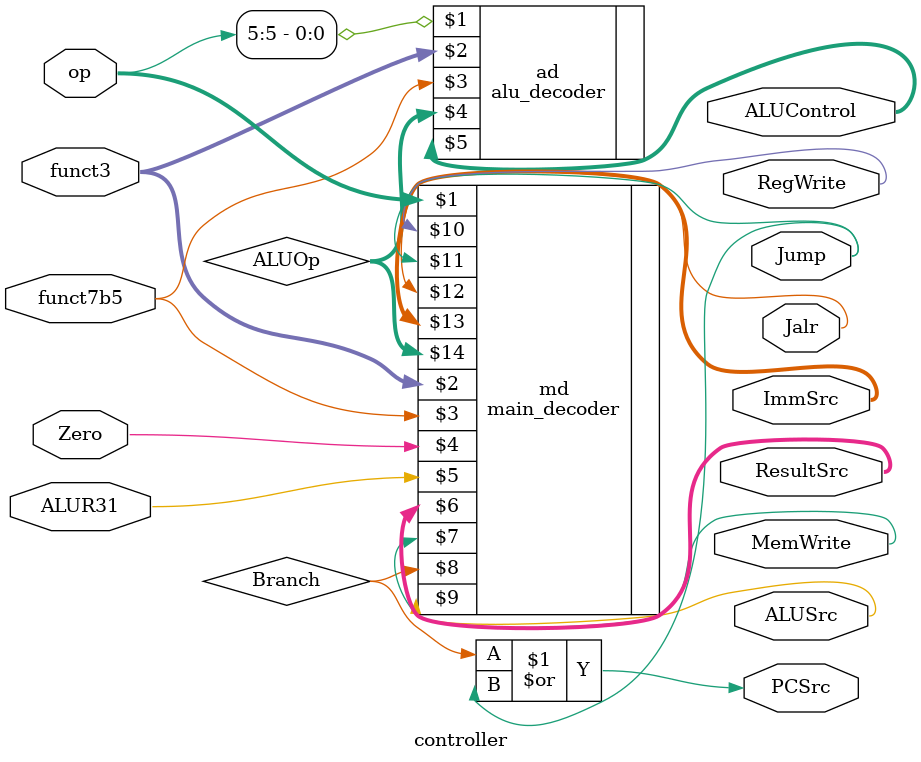
<source format=v>


module controller (
    input [6:0]  op,
    input [2:0]  funct3,
    input        funct7b5,
    input        Zero,ALUR31,
    output       [1:0] ResultSrc,
    output       MemWrite,
    output       PCSrc, ALUSrc,
    output       RegWrite, Jump,Jalr,
    output [2:0] ImmSrc,
    output [3:0] ALUControl
);

wire [1:0] ALUOp;
wire       Branch;

main_decoder    md (op,funct3,funct7b5,Zero,ALUR31, ResultSrc, MemWrite, Branch,
                    ALUSrc, RegWrite, Jump,Jalr, ImmSrc, ALUOp);

alu_decoder     ad (op[5], funct3, funct7b5, ALUOp, ALUControl);

// for jump and branch
assign PCSrc = Branch | Jump;

endmodule


</source>
